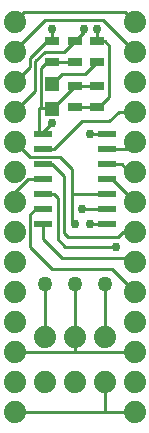
<source format=gbr>
G04 EAGLE Gerber RS-274X export*
G75*
%MOMM*%
%FSLAX34Y34*%
%LPD*%
%INTop Copper*%
%IPPOS*%
%AMOC8*
5,1,8,0,0,1.08239X$1,22.5*%
G01*
%ADD10R,1.550000X0.600000*%
%ADD11C,1.879600*%
%ADD12R,1.200000X0.800000*%
%ADD13R,1.200000X1.200000*%
%ADD14C,1.270000*%
%ADD15C,0.254000*%
%ADD16C,0.756400*%


D10*
X36500Y247650D03*
X36500Y234950D03*
X36500Y222250D03*
X36500Y209550D03*
X36500Y196850D03*
X36500Y184150D03*
X36500Y171450D03*
X90500Y171450D03*
X90500Y184150D03*
X90500Y196850D03*
X90500Y209550D03*
X90500Y222250D03*
X90500Y234950D03*
X90500Y247650D03*
D11*
X114300Y342900D03*
X114300Y317500D03*
X114300Y292100D03*
X114300Y266700D03*
X114300Y241300D03*
X114300Y215900D03*
X114300Y190500D03*
X114300Y165100D03*
X114300Y139700D03*
X114300Y114300D03*
X114300Y88900D03*
X114300Y63500D03*
X114300Y38100D03*
X114300Y12700D03*
D12*
X82550Y288400D03*
X82550Y270400D03*
X63500Y288400D03*
X63500Y270400D03*
D13*
X44450Y289900D03*
X44450Y268900D03*
D12*
X82550Y326500D03*
X82550Y308500D03*
D11*
X12700Y342900D03*
X12700Y317500D03*
X12700Y292100D03*
X12700Y266700D03*
X12700Y241300D03*
X12700Y215900D03*
X12700Y190500D03*
X12700Y165100D03*
X12700Y139700D03*
X12700Y114300D03*
X12700Y88900D03*
X12700Y63500D03*
X12700Y38100D03*
X12700Y12700D03*
D12*
X44450Y326500D03*
X44450Y308500D03*
X63500Y326500D03*
X63500Y308500D03*
D14*
X88900Y120650D03*
X63500Y120650D03*
X38100Y120650D03*
D11*
X88900Y38100D03*
X63500Y38100D03*
X38100Y38100D03*
X88900Y76200D03*
X63500Y76200D03*
X38100Y76200D03*
D15*
X20638Y350838D02*
X106363Y350838D01*
X114300Y342900D01*
X20638Y350838D02*
X12700Y342900D01*
X12700Y318670D02*
X12700Y317500D01*
X12700Y318670D02*
X38100Y344070D01*
X87730Y344070D01*
X114300Y317500D01*
X46038Y234950D02*
X36500Y234950D01*
X69931Y258844D02*
X92882Y258844D01*
X100739Y266700D02*
X114300Y266700D01*
X100739Y266700D02*
X92882Y258844D01*
X69931Y258844D02*
X46038Y234950D01*
X90500Y234950D02*
X107950Y234950D01*
X114300Y241300D01*
X114300Y215900D02*
X109550Y215900D01*
X103200Y222250D01*
X90500Y222250D01*
X90500Y209550D02*
X95250Y209550D01*
X114300Y190500D01*
X44438Y222250D02*
X36500Y222250D01*
X104775Y165100D02*
X114300Y165100D01*
X104775Y165100D02*
X100013Y160338D01*
X58039Y160338D01*
X54864Y163513D01*
X54864Y211824D01*
X44438Y222250D01*
X111125Y142875D02*
X114300Y139700D01*
X111125Y142875D02*
X52388Y142875D01*
X36500Y158763D02*
X36500Y171450D01*
X36500Y158763D02*
X52388Y142875D01*
X95250Y133350D02*
X114300Y114300D01*
X95250Y133350D02*
X44444Y133350D01*
X25342Y152452D01*
X30163Y184150D02*
X36500Y184150D01*
X30163Y184150D02*
X25287Y179275D01*
X25342Y152452D01*
D16*
X98425Y152400D03*
D15*
X46038Y196850D02*
X36500Y196850D01*
X46038Y196850D02*
X49213Y193675D01*
X49213Y158750D01*
X55563Y152400D01*
X98425Y152400D01*
X82550Y270400D02*
X63500Y270400D01*
X92932Y322469D02*
X88900Y326500D01*
X82550Y326500D01*
X63500Y63500D02*
X12700Y63500D01*
X63500Y63500D02*
X114300Y63500D01*
X92932Y279400D02*
X92932Y322469D01*
D16*
X82550Y336550D03*
D15*
X82550Y326500D01*
X82550Y270400D02*
X83932Y270400D01*
X92932Y279400D01*
X90500Y247650D02*
X76200Y247650D01*
D16*
X76200Y247650D03*
D15*
X63500Y120650D02*
X63500Y76200D01*
X63500Y63500D01*
X36500Y247650D02*
X33338Y247650D01*
X63500Y288400D02*
X82550Y288400D01*
X63500Y288400D02*
X45950Y270400D01*
X44450Y268900D01*
X44450Y308500D02*
X63500Y308500D01*
X44450Y308500D02*
X39688Y308500D01*
X34925Y303738D01*
X34925Y269875D01*
X38100Y269875D01*
X34925Y269875D02*
X33338Y269875D01*
X33338Y247650D01*
D16*
X44450Y257175D03*
D15*
X36500Y249225D01*
X36500Y247650D01*
X39075Y268900D02*
X44450Y268900D01*
X39075Y268900D02*
X38100Y269875D01*
X38100Y120650D02*
X38100Y76200D01*
X25400Y312213D02*
X39688Y326500D01*
X69850Y184150D02*
X90500Y184150D01*
X25400Y304800D02*
X25400Y312213D01*
X25400Y304800D02*
X12700Y292100D01*
D16*
X69850Y184150D03*
X44450Y336550D03*
D15*
X44450Y326500D01*
X39688Y326500D01*
X76200Y171450D02*
X90500Y171450D01*
X54500Y317500D02*
X63500Y326500D01*
X54500Y317500D02*
X38022Y317500D01*
X29718Y309196D01*
D16*
X71438Y336550D03*
D15*
X29718Y309196D02*
X29718Y284163D01*
D16*
X76200Y171450D03*
D15*
X12700Y266700D02*
X12700Y267145D01*
X29718Y284163D01*
X71438Y334438D02*
X71438Y336550D01*
X71438Y334438D02*
X63500Y326500D01*
X12700Y241300D02*
X25400Y228600D01*
D16*
X63500Y171450D03*
D15*
X50800Y228600D02*
X25400Y228600D01*
X50800Y228600D02*
X61119Y218281D01*
X61119Y173831D02*
X63500Y171450D01*
X61119Y173831D02*
X61119Y196850D01*
X61119Y218281D01*
X61119Y196850D02*
X90500Y196850D01*
X88900Y120650D02*
X88900Y76200D01*
X72500Y298450D02*
X82550Y308500D01*
X53000Y298450D02*
X44450Y289900D01*
X53000Y298450D02*
X72500Y298450D01*
X12700Y198438D02*
X12700Y190500D01*
X12700Y198438D02*
X23813Y209550D01*
X36500Y209550D01*
X88900Y12700D02*
X114300Y12700D01*
X88900Y12700D02*
X88900Y38100D01*
X88900Y12700D02*
X12700Y12700D01*
M02*

</source>
